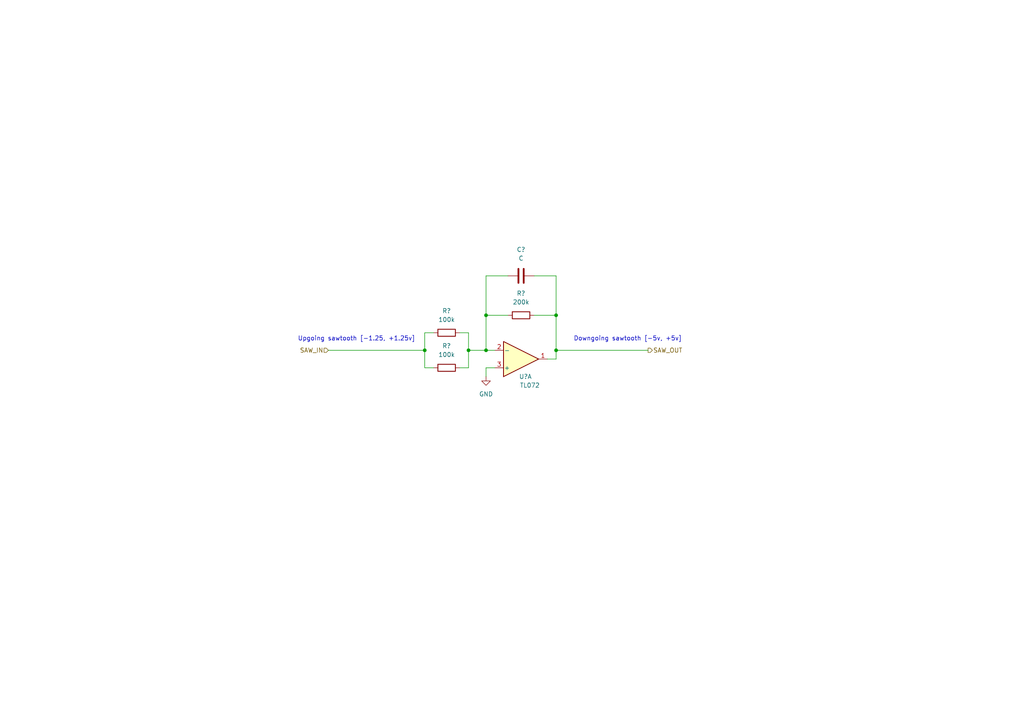
<source format=kicad_sch>
(kicad_sch (version 20211123) (generator eeschema)
  (paper "A4")
  (lib_symbols
    (symbol "Amplifier_Operational:TL072" (pin_names (offset 0.127))
      (property "Reference" "U" (at 0 5.08 0))
      (property "Value" "TL072" (at 0 -5.08 0))
      (symbol "TL072_1_1"
        (polyline (pts (xy -5.08 5.08) (xy 5.08 0) (xy -5.08 -5.08) (xy -5.08 5.08)) (stroke (width 0.254)) (fill (type background)))
        (pin output line (at 7.62 0 180) (length 2.54) (name "~") (number "1"))
        (pin input line (at -7.62 -2.54 0) (length 2.54) (name "-") (number "2"))
        (pin input line (at -7.62 2.54 0) (length 2.54) (name "+") (number "3"))
      )
      (symbol "TL072_2_1"
        (polyline (pts (xy -5.08 5.08) (xy 5.08 0) (xy -5.08 -5.08) (xy -5.08 5.08)) (stroke (width 0.254)) (fill (type background)))
        (pin input line (at -7.62 2.54 0) (length 2.54) (name "+") (number "5"))
        (pin input line (at -7.62 -2.54 0) (length 2.54) (name "-") (number "6"))
        (pin output line (at 7.62 0 180) (length 2.54) (name "~") (number "7"))
      )
      (symbol "TL072_3_1"
        (pin power_in line (at -2.54 -7.62 90) (length 3.81) (name "V-") (number "4"))
        (pin power_in line (at -2.54 7.62 270) (length 3.81) (name "V+") (number "8"))
      )
    )
    (symbol "Device:C" (pin_numbers hide) (pin_names (offset 0.254))
      (property "Reference" "C" (at 0.635 2.54 0))
      (property "Value" "C" (at 0.635 -2.54 0))
      (symbol "C_0_1"
        (polyline (pts (xy -2.032 -0.762) (xy 2.032 -0.762)) (stroke (width 0.508)))
        (polyline (pts (xy -2.032 0.762) (xy 2.032 0.762)) (stroke (width 0.508)))
      )
      (symbol "C_1_1"
        (pin passive line (at 0 3.81 270) (length 2.794) (name "~") (number "1"))
        (pin passive line (at 0 -3.81 90) (length 2.794) (name "~") (number "2"))
      )
    )
    (symbol "Device:R" (pin_numbers hide) (pin_names (offset 0))
      (property "Reference" "R" (at 2.032 0 90))
      (property "Value" "R" (at 0 0 90))
      (symbol "R_0_1"
        (rectangle (start -1.016 -2.54) (end 1.016 2.54) (stroke (width 0.254)))
      )
      (symbol "R_1_1"
        (pin passive line (at 0 3.81 270) (length 1.27) (name "~") (number "1"))
        (pin passive line (at 0 -3.81 90) (length 1.27) (name "~") (number "2"))
      )
    )
    (symbol "power:GND" (power) (pin_names (offset 0))
      (property "Value" "GND" (at 0 -3.81 0))
      (symbol "GND_0_1"
        (polyline (pts (xy 0 0) (xy 0 -1.27) (xy 1.27 -1.27) (xy 0 -2.54) (xy -1.27 -1.27) (xy 0 -1.27)))
      )
      (symbol "GND_1_1"
        (pin power_in line (at 0 0 270) (length 0) hide (name "GND") (number "1"))
      )
    )
  )
  (junction (at 161.29 101.6))
  (junction (at 161.29 91.44))
  (junction (at 135.89 101.6))
  (junction (at 123.19 101.6))
  (junction (at 140.97 101.6))
  (junction (at 140.97 91.44))
  (wire (pts (xy 135.89 96.52) (xy 135.89 101.6)))
  (wire (pts (xy 161.29 101.6) (xy 161.29 104.14)))
  (wire (pts (xy 161.29 91.44) (xy 161.29 101.6)))
  (wire (pts (xy 135.89 101.6) (xy 140.97 101.6)))
  (wire (pts (xy 158.75 104.14) (xy 161.29 104.14)))
  (wire (pts (xy 147.32 80.01) (xy 140.97 80.01)))
  (wire (pts (xy 140.97 109.22) (xy 140.97 106.68)))
  (wire (pts (xy 140.97 101.6) (xy 143.51 101.6)))
  (wire (pts (xy 123.19 101.6) (xy 123.19 96.52)))
  (wire (pts (xy 140.97 80.01) (xy 140.97 91.44)))
  (wire (pts (xy 154.94 80.01) (xy 161.29 80.01)))
  (wire (pts (xy 161.29 80.01) (xy 161.29 91.44)))
  (wire (pts (xy 140.97 106.68) (xy 143.51 106.68)))
  (wire (pts (xy 133.35 106.68) (xy 135.89 106.68)))
  (wire (pts (xy 95.25 101.6) (xy 123.19 101.6)))
  (wire (pts (xy 140.97 101.6) (xy 140.97 91.44)))
  (wire (pts (xy 161.29 91.44) (xy 154.94 91.44)))
  (wire (pts (xy 135.89 101.6) (xy 135.89 106.68)))
  (wire (pts (xy 161.29 101.6) (xy 187.96 101.6)))
  (wire (pts (xy 140.97 91.44) (xy 147.32 91.44)))
  (wire (pts (xy 125.73 106.68) (xy 123.19 106.68)))
  (wire (pts (xy 133.35 96.52) (xy 135.89 96.52)))
  (wire (pts (xy 123.19 96.52) (xy 125.73 96.52)))
  (wire (pts (xy 123.19 106.68) (xy 123.19 101.6)))
  (text "Upgoing sawtooth [-1.25, +1.25v]" (at 86.36 99.06 0) (effects (font (size 1.27 1.27)) (justify left bottom)))
  (text "Downgoing sawtooth [-5v, +5v]" (at 166.37 99.06 0) (effects (font (size 1.27 1.27)) (justify left bottom)))
  (hierarchical_label "SAW_IN" (shape input) (at 95.25 101.6 180))
  (hierarchical_label "SAW_OUT" (shape output) (at 187.96 101.6 0))
  (symbol (lib_id "power:GND") (at 140.97 109.22 0) (unit 1)
    (property "Reference" "#PWR?" (effects hide))
    (property "Value" "GND" (at 140.97 114.3 0))
  )
  (symbol (lib_id "Amplifier_Operational:TL072") (at 151.13 104.14 0) (mirror x) (unit 1)
    (property "Reference" "U?" (at 152.4 109.22 0))
    (property "Value" "TL072" (at 153.67 111.76 0))
    (property "Datasheet" "http://www.ti.com/lit/ds/symlink/tl071.pdf" (effects hide))
  )
  (symbol (lib_id "Device:R") (at 129.54 96.52 90) (unit 1)
    (property "Reference" "R?" (at 129.54 90.17 90))
    (property "Value" "100k" (at 129.54 92.71 90))
  )
  (symbol (lib_id "Device:C") (at 151.13 80.01 90) (unit 1)
    (property "Reference" "C?" (at 151.13 72.39 90))
    (property "Value" "C" (at 151.13 74.93 90))
  )
  (symbol (lib_id "Device:R") (at 129.54 106.68 90) (unit 1)
    (property "Reference" "R?" (at 129.54 100.33 90))
    (property "Value" "100k" (at 129.54 102.87 90))
  )
  (symbol (lib_id "Device:R") (at 151.13 91.44 90) (unit 1)
    (property "Reference" "R?" (at 151.13 85.09 90))
    (property "Value" "200k" (at 151.13 87.63 90))
  )
)
</source>
